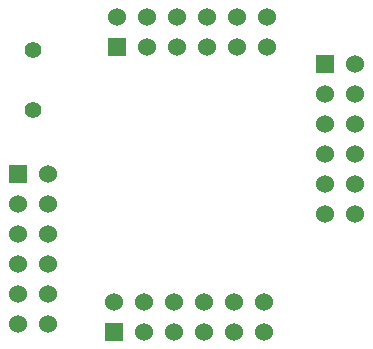
<source format=gbs>
G04 (created by PCBNEW (25-Oct-2014 BZR 4029)-stable) date Tue 03 Feb 2015 19:56:06 CET*
%MOIN*%
G04 Gerber Fmt 3.4, Leading zero omitted, Abs format*
%FSLAX34Y34*%
G01*
G70*
G90*
G04 APERTURE LIST*
%ADD10C,0.006*%
%ADD11R,0.06X0.06*%
%ADD12C,0.06*%
%ADD13C,0.056*%
G04 APERTURE END LIST*
G54D10*
G54D11*
X30405Y-31653D03*
G54D12*
X31405Y-31653D03*
X30405Y-32653D03*
X31405Y-32653D03*
X30405Y-33653D03*
X31405Y-33653D03*
X30405Y-34653D03*
X31405Y-34653D03*
X30405Y-35653D03*
X31405Y-35653D03*
X30405Y-36653D03*
X31405Y-36653D03*
G54D11*
X33720Y-27429D03*
G54D12*
X33720Y-26429D03*
X34720Y-27429D03*
X34720Y-26429D03*
X35720Y-27429D03*
X35720Y-26429D03*
X36720Y-27429D03*
X36720Y-26429D03*
X37720Y-27429D03*
X37720Y-26429D03*
X38720Y-27429D03*
X38720Y-26429D03*
G54D11*
X40641Y-28011D03*
G54D12*
X41641Y-28011D03*
X40641Y-29011D03*
X41641Y-29011D03*
X40641Y-30011D03*
X41641Y-30011D03*
X40641Y-31011D03*
X41641Y-31011D03*
X40641Y-32011D03*
X41641Y-32011D03*
X40641Y-33011D03*
X41641Y-33011D03*
G54D11*
X33622Y-36917D03*
G54D12*
X33622Y-35917D03*
X34622Y-36917D03*
X34622Y-35917D03*
X35622Y-36917D03*
X35622Y-35917D03*
X36622Y-36917D03*
X36622Y-35917D03*
X37622Y-36917D03*
X37622Y-35917D03*
X38622Y-36917D03*
X38622Y-35917D03*
G54D13*
X30905Y-27543D03*
X30905Y-29543D03*
M02*

</source>
